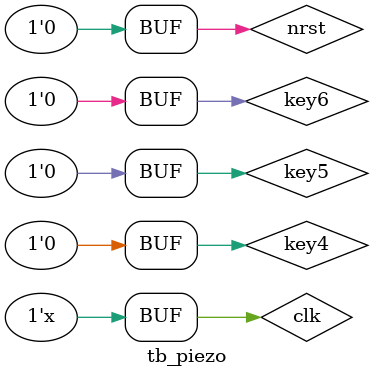
<source format=v>
`timescale 10ps/1ps

module tb_piezo();
    reg clk, nrst;
    reg key4, key5, key6;
    wire piezo;
    wire [7:0] LED, COM, ENS;

    FORTRESS fortress(clk, nrst, key4, key5, key6, piezo, LED, COM, ENS);

    always #1 clk <= !clk;

    initial begin

        clk <= 1'b0;
        nrst <= 1'b0;
        key4 <= 1'b0; key5 <= 1'b0; key6 <= 1'b0;

        #5 nrst <= 1'b1;
        #5 nrst <= 1'b0;

        #100000 key6 <= 1'b1;
        #100000 key6 <= 1'b0;

        #130000 key5 <= 1'b1;
        #100000 key5 <= 1'b0;

        
    end
endmodule
</source>
